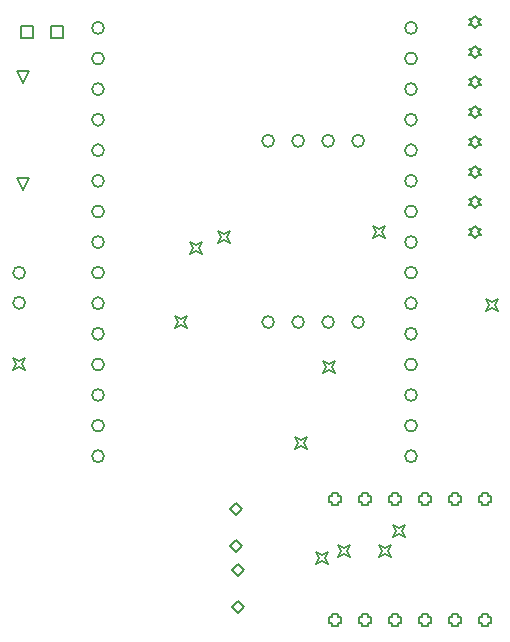
<source format=gbr>
G04*
G04 #@! TF.GenerationSoftware,Altium Limited,Altium Designer,24.0.1 (36)*
G04*
G04 Layer_Color=2752767*
%FSLAX44Y44*%
%MOMM*%
G71*
G04*
G04 #@! TF.SameCoordinates,EC9DE058-D042-415E-AAD2-1871FE4B3311*
G04*
G04*
G04 #@! TF.FilePolarity,Positive*
G04*
G01*
G75*
%ADD10C,0.1693*%
%ADD11C,0.1270*%
D10*
X416830Y700500D02*
G03*
X416830Y700500I-5080J0D01*
G01*
Y674600D02*
G03*
X416830Y674600I-5080J0D01*
G01*
Y648700D02*
G03*
X416830Y648700I-5080J0D01*
G01*
Y622800D02*
G03*
X416830Y622800I-5080J0D01*
G01*
Y596900D02*
G03*
X416830Y596900I-5080J0D01*
G01*
Y571000D02*
G03*
X416830Y571000I-5080J0D01*
G01*
Y545100D02*
G03*
X416830Y545100I-5080J0D01*
G01*
Y519200D02*
G03*
X416830Y519200I-5080J0D01*
G01*
Y493300D02*
G03*
X416830Y493300I-5080J0D01*
G01*
Y467400D02*
G03*
X416830Y467400I-5080J0D01*
G01*
Y441500D02*
G03*
X416830Y441500I-5080J0D01*
G01*
Y415600D02*
G03*
X416830Y415600I-5080J0D01*
G01*
Y389700D02*
G03*
X416830Y389700I-5080J0D01*
G01*
Y337900D02*
G03*
X416830Y337900I-5080J0D01*
G01*
Y363800D02*
G03*
X416830Y363800I-5080J0D01*
G01*
X681830D02*
G03*
X681830Y363800I-5080J0D01*
G01*
Y337900D02*
G03*
X681830Y337900I-5080J0D01*
G01*
Y389700D02*
G03*
X681830Y389700I-5080J0D01*
G01*
Y415600D02*
G03*
X681830Y415600I-5080J0D01*
G01*
Y441500D02*
G03*
X681830Y441500I-5080J0D01*
G01*
Y467400D02*
G03*
X681830Y467400I-5080J0D01*
G01*
Y493300D02*
G03*
X681830Y493300I-5080J0D01*
G01*
Y519200D02*
G03*
X681830Y519200I-5080J0D01*
G01*
Y545100D02*
G03*
X681830Y545100I-5080J0D01*
G01*
Y571000D02*
G03*
X681830Y571000I-5080J0D01*
G01*
Y596900D02*
G03*
X681830Y596900I-5080J0D01*
G01*
Y622800D02*
G03*
X681830Y622800I-5080J0D01*
G01*
Y648700D02*
G03*
X681830Y648700I-5080J0D01*
G01*
Y674600D02*
G03*
X681830Y674600I-5080J0D01*
G01*
Y700500D02*
G03*
X681830Y700500I-5080J0D01*
G01*
X637030Y604900D02*
G03*
X637030Y604900I-5080J0D01*
G01*
X611630D02*
G03*
X611630Y604900I-5080J0D01*
G01*
X586230D02*
G03*
X586230Y604900I-5080J0D01*
G01*
X560830D02*
G03*
X560830Y604900I-5080J0D01*
G01*
X637030Y451500D02*
G03*
X637030Y451500I-5080J0D01*
G01*
X611630D02*
G03*
X611630Y451500I-5080J0D01*
G01*
X586230D02*
G03*
X586230Y451500I-5080J0D01*
G01*
X560830D02*
G03*
X560830Y451500I-5080J0D01*
G01*
X350080Y467800D02*
G03*
X350080Y467800I-5080J0D01*
G01*
Y493200D02*
G03*
X350080Y493200I-5080J0D01*
G01*
D11*
X523670Y293000D02*
X528750Y298080D01*
X533830Y293000D01*
X528750Y287920D01*
X523670Y293000D01*
Y262000D02*
X528750Y267080D01*
X533830Y262000D01*
X528750Y256920D01*
X523670Y262000D01*
X525170Y210132D02*
X530250Y215212D01*
X535330Y210132D01*
X530250Y205052D01*
X525170Y210132D01*
Y241132D02*
X530250Y246212D01*
X535330Y241132D01*
X530250Y236052D01*
X525170Y241132D01*
X372070Y691920D02*
Y702080D01*
X382230D01*
Y691920D01*
X372070D01*
X346670D02*
Y702080D01*
X356830D01*
Y691920D01*
X346670D01*
X348000Y563670D02*
X342920Y573830D01*
X353080D01*
X348000Y563670D01*
Y653670D02*
X342920Y663830D01*
X353080D01*
X348000Y653670D01*
X731000Y522720D02*
X733540Y525260D01*
X736080D01*
X733540Y527800D01*
X736080Y530340D01*
X733540D01*
X731000Y532880D01*
X728460Y530340D01*
X725920D01*
X728460Y527800D01*
X725920Y525260D01*
X728460D01*
X731000Y522720D01*
Y548120D02*
X733540Y550660D01*
X736080D01*
X733540Y553200D01*
X736080Y555740D01*
X733540D01*
X731000Y558280D01*
X728460Y555740D01*
X725920D01*
X728460Y553200D01*
X725920Y550660D01*
X728460D01*
X731000Y548120D01*
Y573520D02*
X733540Y576060D01*
X736080D01*
X733540Y578600D01*
X736080Y581140D01*
X733540D01*
X731000Y583680D01*
X728460Y581140D01*
X725920D01*
X728460Y578600D01*
X725920Y576060D01*
X728460D01*
X731000Y573520D01*
Y598920D02*
X733540Y601460D01*
X736080D01*
X733540Y604000D01*
X736080Y606540D01*
X733540D01*
X731000Y609080D01*
X728460Y606540D01*
X725920D01*
X728460Y604000D01*
X725920Y601460D01*
X728460D01*
X731000Y598920D01*
Y624320D02*
X733540Y626860D01*
X736080D01*
X733540Y629400D01*
X736080Y631940D01*
X733540D01*
X731000Y634480D01*
X728460Y631940D01*
X725920D01*
X728460Y629400D01*
X725920Y626860D01*
X728460D01*
X731000Y624320D01*
Y649720D02*
X733540Y652260D01*
X736080D01*
X733540Y654800D01*
X736080Y657340D01*
X733540D01*
X731000Y659880D01*
X728460Y657340D01*
X725920D01*
X728460Y654800D01*
X725920Y652260D01*
X728460D01*
X731000Y649720D01*
Y675120D02*
X733540Y677660D01*
X736080D01*
X733540Y680200D01*
X736080Y682740D01*
X733540D01*
X731000Y685280D01*
X728460Y682740D01*
X725920D01*
X728460Y680200D01*
X725920Y677660D01*
X728460D01*
X731000Y675120D01*
Y700520D02*
X733540Y703060D01*
X736080D01*
X733540Y705600D01*
X736080Y708140D01*
X733540D01*
X731000Y710680D01*
X728460Y708140D01*
X725920D01*
X728460Y705600D01*
X725920Y703060D01*
X728460D01*
X731000Y700520D01*
X609610Y298710D02*
Y296170D01*
X614690D01*
Y298710D01*
X617230D01*
Y303790D01*
X614690D01*
Y306330D01*
X609610D01*
Y303790D01*
X607070D01*
Y298710D01*
X609610D01*
X635010D02*
Y296170D01*
X640090D01*
Y298710D01*
X642630D01*
Y303790D01*
X640090D01*
Y306330D01*
X635010D01*
Y303790D01*
X632470D01*
Y298710D01*
X635010D01*
X660410D02*
Y296170D01*
X665490D01*
Y298710D01*
X668030D01*
Y303790D01*
X665490D01*
Y306330D01*
X660410D01*
Y303790D01*
X657870D01*
Y298710D01*
X660410D01*
X685810D02*
Y296170D01*
X690890D01*
Y298710D01*
X693430D01*
Y303790D01*
X690890D01*
Y306330D01*
X685810D01*
Y303790D01*
X683270D01*
Y298710D01*
X685810D01*
X711210D02*
Y296170D01*
X716290D01*
Y298710D01*
X718830D01*
Y303790D01*
X716290D01*
Y306330D01*
X711210D01*
Y303790D01*
X708670D01*
Y298710D01*
X711210D01*
X736610D02*
Y296170D01*
X741690D01*
Y298710D01*
X744230D01*
Y303790D01*
X741690D01*
Y306330D01*
X736610D01*
Y303790D01*
X734070D01*
Y298710D01*
X736610D01*
X609860Y196710D02*
Y194170D01*
X614940D01*
Y196710D01*
X617480D01*
Y201790D01*
X614940D01*
Y204330D01*
X609860D01*
Y201790D01*
X607320D01*
Y196710D01*
X609860D01*
X635260D02*
Y194170D01*
X640340D01*
Y196710D01*
X642880D01*
Y201790D01*
X640340D01*
Y204330D01*
X635260D01*
Y201790D01*
X632720D01*
Y196710D01*
X635260D01*
X660660D02*
Y194170D01*
X665740D01*
Y196710D01*
X668280D01*
Y201790D01*
X665740D01*
Y204330D01*
X660660D01*
Y201790D01*
X658120D01*
Y196710D01*
X660660D01*
X686060D02*
Y194170D01*
X691140D01*
Y196710D01*
X693680D01*
Y201790D01*
X691140D01*
Y204330D01*
X686060D01*
Y201790D01*
X683520D01*
Y196710D01*
X686060D01*
X711460D02*
Y194170D01*
X716540D01*
Y196710D01*
X719080D01*
Y201790D01*
X716540D01*
Y204330D01*
X711460D01*
Y201790D01*
X708920D01*
Y196710D01*
X711460D01*
X736860D02*
Y194170D01*
X741940D01*
Y196710D01*
X744480D01*
Y201790D01*
X741940D01*
Y204330D01*
X736860D01*
Y201790D01*
X734320D01*
Y196710D01*
X736860D01*
X578282Y343920D02*
X580822Y349000D01*
X578282Y354080D01*
X583362Y351540D01*
X588442Y354080D01*
X585902Y349000D01*
X588442Y343920D01*
X583362Y346460D01*
X578282Y343920D01*
X513080Y518668D02*
X515620Y523748D01*
X513080Y528828D01*
X518160Y526288D01*
X523240Y528828D01*
X520700Y523748D01*
X523240Y518668D01*
X518160Y521208D01*
X513080Y518668D01*
X601980Y408670D02*
X604520Y413750D01*
X601980Y418830D01*
X607060Y416290D01*
X612140Y418830D01*
X609600Y413750D01*
X612140Y408670D01*
X607060Y411210D01*
X601980Y408670D01*
X489966Y508762D02*
X492506Y513842D01*
X489966Y518922D01*
X495046Y516382D01*
X500126Y518922D01*
X497586Y513842D01*
X500126Y508762D01*
X495046Y511302D01*
X489966Y508762D01*
X477266Y446278D02*
X479806Y451358D01*
X477266Y456438D01*
X482346Y453898D01*
X487426Y456438D01*
X484886Y451358D01*
X487426Y446278D01*
X482346Y448818D01*
X477266Y446278D01*
X614934Y252476D02*
X617474Y257556D01*
X614934Y262636D01*
X620014Y260096D01*
X625094Y262636D01*
X622554Y257556D01*
X625094Y252476D01*
X620014Y255016D01*
X614934Y252476D01*
X649986D02*
X652526Y257556D01*
X649986Y262636D01*
X655066Y260096D01*
X660146Y262636D01*
X657606Y257556D01*
X660146Y252476D01*
X655066Y255016D01*
X649986Y252476D01*
X739902Y460756D02*
X742442Y465836D01*
X739902Y470916D01*
X744982Y468376D01*
X750062Y470916D01*
X747522Y465836D01*
X750062Y460756D01*
X744982Y463296D01*
X739902Y460756D01*
X661924Y269494D02*
X664464Y274574D01*
X661924Y279654D01*
X667004Y277114D01*
X672084Y279654D01*
X669544Y274574D01*
X672084Y269494D01*
X667004Y272034D01*
X661924Y269494D01*
X596138Y246380D02*
X598678Y251460D01*
X596138Y256540D01*
X601218Y254000D01*
X606298Y256540D01*
X603758Y251460D01*
X606298Y246380D01*
X601218Y248920D01*
X596138Y246380D01*
X339852Y410972D02*
X342392Y416052D01*
X339852Y421132D01*
X344932Y418592D01*
X350012Y421132D01*
X347472Y416052D01*
X350012Y410972D01*
X344932Y413512D01*
X339852Y410972D01*
X644398Y522478D02*
X646938Y527558D01*
X644398Y532638D01*
X649478Y530098D01*
X654558Y532638D01*
X652018Y527558D01*
X654558Y522478D01*
X649478Y525018D01*
X644398Y522478D01*
M02*

</source>
